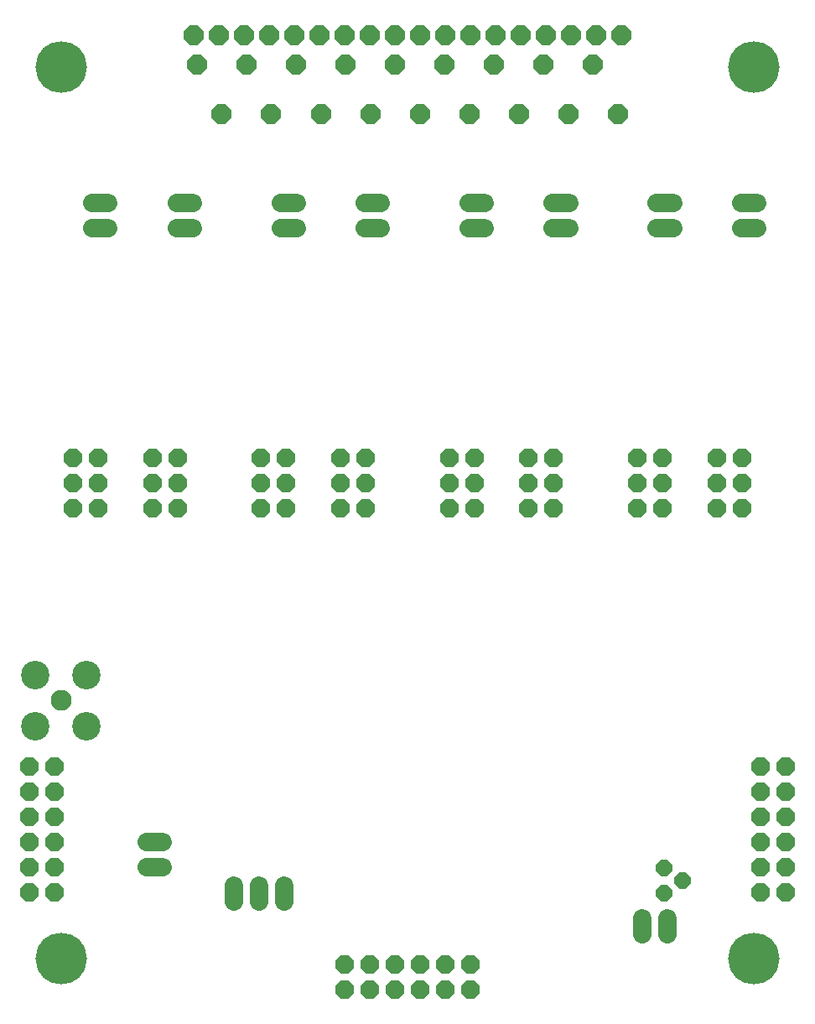
<source format=gbr>
G04 EAGLE Gerber RS-274X export*
G75*
%MOMM*%
%FSLAX34Y34*%
%LPD*%
%INSoldermask Bottom*%
%IPPOS*%
%AMOC8*
5,1,8,0,0,1.08239X$1,22.5*%
G01*
%ADD10C,5.203200*%
%ADD11P,1.979475X8X292.500000*%
%ADD12P,1.979475X8X112.500000*%
%ADD13C,1.828800*%
%ADD14P,2.144431X8X22.500000*%
%ADD15C,2.108200*%
%ADD16C,2.870200*%
%ADD17P,1.759533X8X292.500000*%
%ADD18P,1.979475X8X202.500000*%
%ADD19P,2.144431X8X112.500000*%


D10*
X50000Y50000D03*
X750000Y50000D03*
X750000Y950000D03*
X50000Y950000D03*
D11*
X781900Y243500D03*
X781900Y218100D03*
X781900Y192700D03*
X781900Y167300D03*
X781900Y141900D03*
X781900Y116500D03*
X756500Y243500D03*
X756500Y218100D03*
X756500Y192700D03*
X756500Y167300D03*
X756500Y141900D03*
X756500Y116500D03*
D12*
X18100Y116500D03*
X18100Y141900D03*
X18100Y167300D03*
X18100Y192700D03*
X18100Y218100D03*
X18100Y243500D03*
X43500Y116500D03*
X43500Y141900D03*
X43500Y167300D03*
X43500Y192700D03*
X43500Y218100D03*
X43500Y243500D03*
D13*
X81872Y812700D02*
X98128Y812700D01*
X98128Y787300D02*
X81872Y787300D01*
X166872Y812700D02*
X183128Y812700D01*
X183128Y787300D02*
X166872Y787300D01*
D12*
X87700Y504600D03*
X62300Y504600D03*
X87700Y530000D03*
X62300Y530000D03*
X87700Y555400D03*
X62300Y555400D03*
X167700Y504600D03*
X142300Y504600D03*
X167700Y530000D03*
X142300Y530000D03*
X167700Y555400D03*
X142300Y555400D03*
D13*
X271872Y812700D02*
X288128Y812700D01*
X288128Y787300D02*
X271872Y787300D01*
X356872Y812700D02*
X373128Y812700D01*
X373128Y787300D02*
X356872Y787300D01*
D12*
X277700Y504600D03*
X252300Y504600D03*
X277700Y530000D03*
X252300Y530000D03*
X277700Y555400D03*
X252300Y555400D03*
X357700Y504600D03*
X332300Y504600D03*
X357700Y530000D03*
X332300Y530000D03*
X357700Y555400D03*
X332300Y555400D03*
D13*
X461872Y812700D02*
X478128Y812700D01*
X478128Y787300D02*
X461872Y787300D01*
X546872Y812700D02*
X563128Y812700D01*
X563128Y787300D02*
X546872Y787300D01*
D12*
X467700Y504600D03*
X442300Y504600D03*
X467700Y530000D03*
X442300Y530000D03*
X467700Y555400D03*
X442300Y555400D03*
X547700Y504600D03*
X522300Y504600D03*
X547700Y530000D03*
X522300Y530000D03*
X547700Y555400D03*
X522300Y555400D03*
D13*
X651872Y812700D02*
X668128Y812700D01*
X668128Y787300D02*
X651872Y787300D01*
X736872Y812700D02*
X753128Y812700D01*
X753128Y787300D02*
X736872Y787300D01*
D12*
X657700Y504600D03*
X632300Y504600D03*
X657700Y530000D03*
X632300Y530000D03*
X657700Y555400D03*
X632300Y555400D03*
X737700Y504600D03*
X712300Y504600D03*
X737700Y530000D03*
X712300Y530000D03*
X737700Y555400D03*
X712300Y555400D03*
D14*
X612500Y902500D03*
X587500Y952500D03*
X562500Y902500D03*
X537500Y952500D03*
X512500Y902500D03*
X487500Y952500D03*
X462500Y902500D03*
X437500Y952500D03*
X412500Y902500D03*
X387500Y952500D03*
X362500Y902500D03*
X337500Y952500D03*
X312500Y902500D03*
X287500Y952500D03*
X262500Y902500D03*
X237500Y952500D03*
X212500Y902500D03*
X187500Y952500D03*
D13*
X153128Y167700D02*
X136872Y167700D01*
X136872Y142300D02*
X153128Y142300D01*
X224600Y123128D02*
X224600Y106872D01*
X250000Y106872D02*
X250000Y123128D01*
X275400Y123128D02*
X275400Y106872D01*
D15*
X50000Y310000D03*
D16*
X24501Y284501D03*
X24501Y335499D03*
X75499Y335499D03*
X75499Y284501D03*
D17*
X658750Y141450D03*
X677800Y128750D03*
X658750Y116050D03*
D18*
X463500Y18100D03*
X438100Y18100D03*
X412700Y18100D03*
X387300Y18100D03*
X361900Y18100D03*
X336500Y18100D03*
X463500Y43500D03*
X438100Y43500D03*
X412700Y43500D03*
X387300Y43500D03*
X361900Y43500D03*
X336500Y43500D03*
D19*
X184100Y981900D03*
X209500Y981900D03*
X234900Y981900D03*
X260300Y981900D03*
X285700Y981900D03*
X311100Y981900D03*
X336500Y981900D03*
X361900Y981900D03*
X387300Y981900D03*
X412700Y981900D03*
X438100Y981900D03*
X463500Y981900D03*
X488900Y981900D03*
X514300Y981900D03*
X539700Y981900D03*
X565100Y981900D03*
X590500Y981900D03*
X615900Y981900D03*
D13*
X637300Y90628D02*
X637300Y74372D01*
X662700Y74372D02*
X662700Y90628D01*
M02*

</source>
